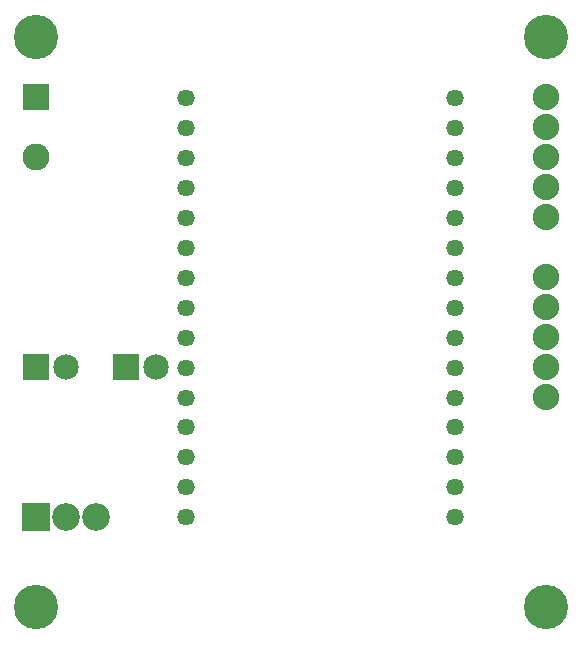
<source format=gbs>
G04 MADE WITH FRITZING*
G04 WWW.FRITZING.ORG*
G04 SINGLE SIDED*
G04 HOLES NOT PLATED*
G04 CONTOUR ON CENTER OF CONTOUR VECTOR*
%ASAXBY*%
%FSLAX23Y23*%
%MOIN*%
%OFA0B0*%
%SFA1.0B1.0*%
%ADD10C,0.092000*%
%ADD11C,0.085000*%
%ADD12C,0.057829*%
%ADD13C,0.090000*%
%ADD14C,0.088000*%
%ADD15C,0.147795*%
%ADD16R,0.092000X0.092000*%
%ADD17R,0.085000X0.085000*%
%ADD18R,0.089986X0.090000*%
%LNMASK0*%
G90*
G70*
G54D10*
X137Y437D03*
X237Y437D03*
X337Y437D03*
G54D11*
X137Y937D03*
X237Y937D03*
X437Y937D03*
X537Y937D03*
G54D12*
X1534Y1635D03*
X637Y1835D03*
X637Y1735D03*
X637Y1635D03*
X637Y1535D03*
X637Y1436D03*
X1534Y1735D03*
X1534Y1835D03*
X1534Y1535D03*
X637Y1336D03*
X637Y1236D03*
X637Y1136D03*
X637Y1036D03*
X637Y936D03*
X637Y836D03*
X637Y737D03*
X637Y637D03*
X637Y537D03*
X637Y437D03*
X1534Y1136D03*
X1534Y1036D03*
X1534Y936D03*
X1534Y836D03*
X1534Y737D03*
X1534Y637D03*
X1534Y537D03*
X1534Y437D03*
X1534Y1436D03*
X1534Y1336D03*
X1534Y1236D03*
G54D13*
X137Y1837D03*
X137Y1637D03*
G54D14*
X1837Y1237D03*
X1837Y1137D03*
X1837Y1037D03*
X1837Y937D03*
X1837Y837D03*
X1837Y1837D03*
X1837Y1737D03*
X1837Y1637D03*
X1837Y1537D03*
X1837Y1437D03*
G54D15*
X137Y2037D03*
X137Y137D03*
X1837Y2037D03*
X1837Y137D03*
G54D16*
X137Y437D03*
G54D17*
X137Y937D03*
X437Y937D03*
G54D18*
X137Y1837D03*
G04 End of Mask0*
M02*
</source>
